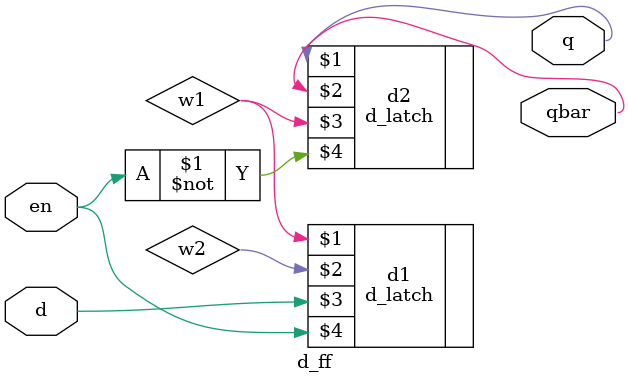
<source format=v>
module d_ff(output q,qbar,input d,en);

wire w1,w2;

d_latch d1(w1,w2,d,en);
d_latch d2(q,qbar,w1,~en);

endmodule

</source>
